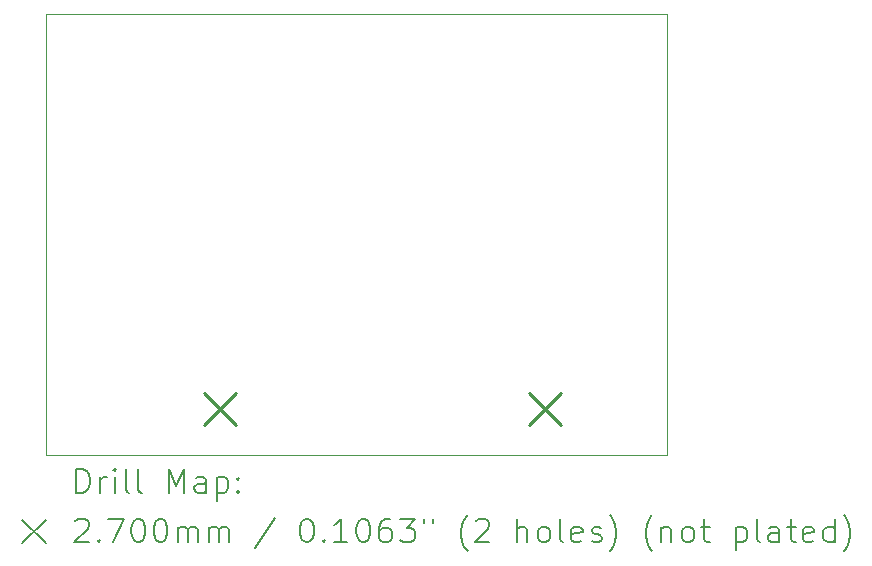
<source format=gbr>
%TF.GenerationSoftware,KiCad,Pcbnew,7.0.8-7.0.8~ubuntu22.04.1*%
%TF.CreationDate,2024-01-26T15:42:49+01:00*%
%TF.ProjectId,hand_B,68616e64-5f42-42e6-9b69-6361645f7063,rev?*%
%TF.SameCoordinates,Original*%
%TF.FileFunction,Drillmap*%
%TF.FilePolarity,Positive*%
%FSLAX45Y45*%
G04 Gerber Fmt 4.5, Leading zero omitted, Abs format (unit mm)*
G04 Created by KiCad (PCBNEW 7.0.8-7.0.8~ubuntu22.04.1) date 2024-01-26 15:42:49*
%MOMM*%
%LPD*%
G01*
G04 APERTURE LIST*
%ADD10C,0.100000*%
%ADD11C,0.200000*%
%ADD12C,0.270000*%
G04 APERTURE END LIST*
D10*
X7380000Y-3250750D02*
X12640000Y-3250750D01*
X12640000Y-6990750D01*
X7380000Y-6990750D01*
X7380000Y-3250750D01*
D11*
D12*
X8715000Y-6463250D02*
X8985000Y-6733250D01*
X8985000Y-6463250D02*
X8715000Y-6733250D01*
X11465000Y-6463250D02*
X11735000Y-6733250D01*
X11735000Y-6463250D02*
X11465000Y-6733250D01*
D11*
X7635777Y-7307234D02*
X7635777Y-7107234D01*
X7635777Y-7107234D02*
X7683396Y-7107234D01*
X7683396Y-7107234D02*
X7711967Y-7116758D01*
X7711967Y-7116758D02*
X7731015Y-7135805D01*
X7731015Y-7135805D02*
X7740539Y-7154853D01*
X7740539Y-7154853D02*
X7750062Y-7192948D01*
X7750062Y-7192948D02*
X7750062Y-7221519D01*
X7750062Y-7221519D02*
X7740539Y-7259615D01*
X7740539Y-7259615D02*
X7731015Y-7278662D01*
X7731015Y-7278662D02*
X7711967Y-7297710D01*
X7711967Y-7297710D02*
X7683396Y-7307234D01*
X7683396Y-7307234D02*
X7635777Y-7307234D01*
X7835777Y-7307234D02*
X7835777Y-7173900D01*
X7835777Y-7211996D02*
X7845301Y-7192948D01*
X7845301Y-7192948D02*
X7854824Y-7183424D01*
X7854824Y-7183424D02*
X7873872Y-7173900D01*
X7873872Y-7173900D02*
X7892920Y-7173900D01*
X7959586Y-7307234D02*
X7959586Y-7173900D01*
X7959586Y-7107234D02*
X7950062Y-7116758D01*
X7950062Y-7116758D02*
X7959586Y-7126281D01*
X7959586Y-7126281D02*
X7969110Y-7116758D01*
X7969110Y-7116758D02*
X7959586Y-7107234D01*
X7959586Y-7107234D02*
X7959586Y-7126281D01*
X8083396Y-7307234D02*
X8064348Y-7297710D01*
X8064348Y-7297710D02*
X8054824Y-7278662D01*
X8054824Y-7278662D02*
X8054824Y-7107234D01*
X8188158Y-7307234D02*
X8169110Y-7297710D01*
X8169110Y-7297710D02*
X8159586Y-7278662D01*
X8159586Y-7278662D02*
X8159586Y-7107234D01*
X8416729Y-7307234D02*
X8416729Y-7107234D01*
X8416729Y-7107234D02*
X8483396Y-7250091D01*
X8483396Y-7250091D02*
X8550063Y-7107234D01*
X8550063Y-7107234D02*
X8550063Y-7307234D01*
X8731015Y-7307234D02*
X8731015Y-7202472D01*
X8731015Y-7202472D02*
X8721491Y-7183424D01*
X8721491Y-7183424D02*
X8702444Y-7173900D01*
X8702444Y-7173900D02*
X8664348Y-7173900D01*
X8664348Y-7173900D02*
X8645301Y-7183424D01*
X8731015Y-7297710D02*
X8711967Y-7307234D01*
X8711967Y-7307234D02*
X8664348Y-7307234D01*
X8664348Y-7307234D02*
X8645301Y-7297710D01*
X8645301Y-7297710D02*
X8635777Y-7278662D01*
X8635777Y-7278662D02*
X8635777Y-7259615D01*
X8635777Y-7259615D02*
X8645301Y-7240567D01*
X8645301Y-7240567D02*
X8664348Y-7231043D01*
X8664348Y-7231043D02*
X8711967Y-7231043D01*
X8711967Y-7231043D02*
X8731015Y-7221519D01*
X8826253Y-7173900D02*
X8826253Y-7373900D01*
X8826253Y-7183424D02*
X8845301Y-7173900D01*
X8845301Y-7173900D02*
X8883396Y-7173900D01*
X8883396Y-7173900D02*
X8902444Y-7183424D01*
X8902444Y-7183424D02*
X8911967Y-7192948D01*
X8911967Y-7192948D02*
X8921491Y-7211996D01*
X8921491Y-7211996D02*
X8921491Y-7269138D01*
X8921491Y-7269138D02*
X8911967Y-7288186D01*
X8911967Y-7288186D02*
X8902444Y-7297710D01*
X8902444Y-7297710D02*
X8883396Y-7307234D01*
X8883396Y-7307234D02*
X8845301Y-7307234D01*
X8845301Y-7307234D02*
X8826253Y-7297710D01*
X9007205Y-7288186D02*
X9016729Y-7297710D01*
X9016729Y-7297710D02*
X9007205Y-7307234D01*
X9007205Y-7307234D02*
X8997682Y-7297710D01*
X8997682Y-7297710D02*
X9007205Y-7288186D01*
X9007205Y-7288186D02*
X9007205Y-7307234D01*
X9007205Y-7183424D02*
X9016729Y-7192948D01*
X9016729Y-7192948D02*
X9007205Y-7202472D01*
X9007205Y-7202472D02*
X8997682Y-7192948D01*
X8997682Y-7192948D02*
X9007205Y-7183424D01*
X9007205Y-7183424D02*
X9007205Y-7202472D01*
X7175000Y-7535750D02*
X7375000Y-7735750D01*
X7375000Y-7535750D02*
X7175000Y-7735750D01*
X7626253Y-7546281D02*
X7635777Y-7536758D01*
X7635777Y-7536758D02*
X7654824Y-7527234D01*
X7654824Y-7527234D02*
X7702443Y-7527234D01*
X7702443Y-7527234D02*
X7721491Y-7536758D01*
X7721491Y-7536758D02*
X7731015Y-7546281D01*
X7731015Y-7546281D02*
X7740539Y-7565329D01*
X7740539Y-7565329D02*
X7740539Y-7584377D01*
X7740539Y-7584377D02*
X7731015Y-7612948D01*
X7731015Y-7612948D02*
X7616729Y-7727234D01*
X7616729Y-7727234D02*
X7740539Y-7727234D01*
X7826253Y-7708186D02*
X7835777Y-7717710D01*
X7835777Y-7717710D02*
X7826253Y-7727234D01*
X7826253Y-7727234D02*
X7816729Y-7717710D01*
X7816729Y-7717710D02*
X7826253Y-7708186D01*
X7826253Y-7708186D02*
X7826253Y-7727234D01*
X7902443Y-7527234D02*
X8035777Y-7527234D01*
X8035777Y-7527234D02*
X7950062Y-7727234D01*
X8150062Y-7527234D02*
X8169110Y-7527234D01*
X8169110Y-7527234D02*
X8188158Y-7536758D01*
X8188158Y-7536758D02*
X8197682Y-7546281D01*
X8197682Y-7546281D02*
X8207205Y-7565329D01*
X8207205Y-7565329D02*
X8216729Y-7603424D01*
X8216729Y-7603424D02*
X8216729Y-7651043D01*
X8216729Y-7651043D02*
X8207205Y-7689138D01*
X8207205Y-7689138D02*
X8197682Y-7708186D01*
X8197682Y-7708186D02*
X8188158Y-7717710D01*
X8188158Y-7717710D02*
X8169110Y-7727234D01*
X8169110Y-7727234D02*
X8150062Y-7727234D01*
X8150062Y-7727234D02*
X8131015Y-7717710D01*
X8131015Y-7717710D02*
X8121491Y-7708186D01*
X8121491Y-7708186D02*
X8111967Y-7689138D01*
X8111967Y-7689138D02*
X8102443Y-7651043D01*
X8102443Y-7651043D02*
X8102443Y-7603424D01*
X8102443Y-7603424D02*
X8111967Y-7565329D01*
X8111967Y-7565329D02*
X8121491Y-7546281D01*
X8121491Y-7546281D02*
X8131015Y-7536758D01*
X8131015Y-7536758D02*
X8150062Y-7527234D01*
X8340539Y-7527234D02*
X8359586Y-7527234D01*
X8359586Y-7527234D02*
X8378634Y-7536758D01*
X8378634Y-7536758D02*
X8388158Y-7546281D01*
X8388158Y-7546281D02*
X8397682Y-7565329D01*
X8397682Y-7565329D02*
X8407205Y-7603424D01*
X8407205Y-7603424D02*
X8407205Y-7651043D01*
X8407205Y-7651043D02*
X8397682Y-7689138D01*
X8397682Y-7689138D02*
X8388158Y-7708186D01*
X8388158Y-7708186D02*
X8378634Y-7717710D01*
X8378634Y-7717710D02*
X8359586Y-7727234D01*
X8359586Y-7727234D02*
X8340539Y-7727234D01*
X8340539Y-7727234D02*
X8321491Y-7717710D01*
X8321491Y-7717710D02*
X8311967Y-7708186D01*
X8311967Y-7708186D02*
X8302443Y-7689138D01*
X8302443Y-7689138D02*
X8292920Y-7651043D01*
X8292920Y-7651043D02*
X8292920Y-7603424D01*
X8292920Y-7603424D02*
X8302443Y-7565329D01*
X8302443Y-7565329D02*
X8311967Y-7546281D01*
X8311967Y-7546281D02*
X8321491Y-7536758D01*
X8321491Y-7536758D02*
X8340539Y-7527234D01*
X8492920Y-7727234D02*
X8492920Y-7593900D01*
X8492920Y-7612948D02*
X8502444Y-7603424D01*
X8502444Y-7603424D02*
X8521491Y-7593900D01*
X8521491Y-7593900D02*
X8550063Y-7593900D01*
X8550063Y-7593900D02*
X8569110Y-7603424D01*
X8569110Y-7603424D02*
X8578634Y-7622472D01*
X8578634Y-7622472D02*
X8578634Y-7727234D01*
X8578634Y-7622472D02*
X8588158Y-7603424D01*
X8588158Y-7603424D02*
X8607205Y-7593900D01*
X8607205Y-7593900D02*
X8635777Y-7593900D01*
X8635777Y-7593900D02*
X8654825Y-7603424D01*
X8654825Y-7603424D02*
X8664348Y-7622472D01*
X8664348Y-7622472D02*
X8664348Y-7727234D01*
X8759586Y-7727234D02*
X8759586Y-7593900D01*
X8759586Y-7612948D02*
X8769110Y-7603424D01*
X8769110Y-7603424D02*
X8788158Y-7593900D01*
X8788158Y-7593900D02*
X8816729Y-7593900D01*
X8816729Y-7593900D02*
X8835777Y-7603424D01*
X8835777Y-7603424D02*
X8845301Y-7622472D01*
X8845301Y-7622472D02*
X8845301Y-7727234D01*
X8845301Y-7622472D02*
X8854825Y-7603424D01*
X8854825Y-7603424D02*
X8873872Y-7593900D01*
X8873872Y-7593900D02*
X8902444Y-7593900D01*
X8902444Y-7593900D02*
X8921491Y-7603424D01*
X8921491Y-7603424D02*
X8931015Y-7622472D01*
X8931015Y-7622472D02*
X8931015Y-7727234D01*
X9321491Y-7517710D02*
X9150063Y-7774853D01*
X9578634Y-7527234D02*
X9597682Y-7527234D01*
X9597682Y-7527234D02*
X9616729Y-7536758D01*
X9616729Y-7536758D02*
X9626253Y-7546281D01*
X9626253Y-7546281D02*
X9635777Y-7565329D01*
X9635777Y-7565329D02*
X9645301Y-7603424D01*
X9645301Y-7603424D02*
X9645301Y-7651043D01*
X9645301Y-7651043D02*
X9635777Y-7689138D01*
X9635777Y-7689138D02*
X9626253Y-7708186D01*
X9626253Y-7708186D02*
X9616729Y-7717710D01*
X9616729Y-7717710D02*
X9597682Y-7727234D01*
X9597682Y-7727234D02*
X9578634Y-7727234D01*
X9578634Y-7727234D02*
X9559587Y-7717710D01*
X9559587Y-7717710D02*
X9550063Y-7708186D01*
X9550063Y-7708186D02*
X9540539Y-7689138D01*
X9540539Y-7689138D02*
X9531015Y-7651043D01*
X9531015Y-7651043D02*
X9531015Y-7603424D01*
X9531015Y-7603424D02*
X9540539Y-7565329D01*
X9540539Y-7565329D02*
X9550063Y-7546281D01*
X9550063Y-7546281D02*
X9559587Y-7536758D01*
X9559587Y-7536758D02*
X9578634Y-7527234D01*
X9731015Y-7708186D02*
X9740539Y-7717710D01*
X9740539Y-7717710D02*
X9731015Y-7727234D01*
X9731015Y-7727234D02*
X9721491Y-7717710D01*
X9721491Y-7717710D02*
X9731015Y-7708186D01*
X9731015Y-7708186D02*
X9731015Y-7727234D01*
X9931015Y-7727234D02*
X9816729Y-7727234D01*
X9873872Y-7727234D02*
X9873872Y-7527234D01*
X9873872Y-7527234D02*
X9854825Y-7555805D01*
X9854825Y-7555805D02*
X9835777Y-7574853D01*
X9835777Y-7574853D02*
X9816729Y-7584377D01*
X10054825Y-7527234D02*
X10073872Y-7527234D01*
X10073872Y-7527234D02*
X10092920Y-7536758D01*
X10092920Y-7536758D02*
X10102444Y-7546281D01*
X10102444Y-7546281D02*
X10111968Y-7565329D01*
X10111968Y-7565329D02*
X10121491Y-7603424D01*
X10121491Y-7603424D02*
X10121491Y-7651043D01*
X10121491Y-7651043D02*
X10111968Y-7689138D01*
X10111968Y-7689138D02*
X10102444Y-7708186D01*
X10102444Y-7708186D02*
X10092920Y-7717710D01*
X10092920Y-7717710D02*
X10073872Y-7727234D01*
X10073872Y-7727234D02*
X10054825Y-7727234D01*
X10054825Y-7727234D02*
X10035777Y-7717710D01*
X10035777Y-7717710D02*
X10026253Y-7708186D01*
X10026253Y-7708186D02*
X10016729Y-7689138D01*
X10016729Y-7689138D02*
X10007206Y-7651043D01*
X10007206Y-7651043D02*
X10007206Y-7603424D01*
X10007206Y-7603424D02*
X10016729Y-7565329D01*
X10016729Y-7565329D02*
X10026253Y-7546281D01*
X10026253Y-7546281D02*
X10035777Y-7536758D01*
X10035777Y-7536758D02*
X10054825Y-7527234D01*
X10292920Y-7527234D02*
X10254825Y-7527234D01*
X10254825Y-7527234D02*
X10235777Y-7536758D01*
X10235777Y-7536758D02*
X10226253Y-7546281D01*
X10226253Y-7546281D02*
X10207206Y-7574853D01*
X10207206Y-7574853D02*
X10197682Y-7612948D01*
X10197682Y-7612948D02*
X10197682Y-7689138D01*
X10197682Y-7689138D02*
X10207206Y-7708186D01*
X10207206Y-7708186D02*
X10216729Y-7717710D01*
X10216729Y-7717710D02*
X10235777Y-7727234D01*
X10235777Y-7727234D02*
X10273872Y-7727234D01*
X10273872Y-7727234D02*
X10292920Y-7717710D01*
X10292920Y-7717710D02*
X10302444Y-7708186D01*
X10302444Y-7708186D02*
X10311968Y-7689138D01*
X10311968Y-7689138D02*
X10311968Y-7641519D01*
X10311968Y-7641519D02*
X10302444Y-7622472D01*
X10302444Y-7622472D02*
X10292920Y-7612948D01*
X10292920Y-7612948D02*
X10273872Y-7603424D01*
X10273872Y-7603424D02*
X10235777Y-7603424D01*
X10235777Y-7603424D02*
X10216729Y-7612948D01*
X10216729Y-7612948D02*
X10207206Y-7622472D01*
X10207206Y-7622472D02*
X10197682Y-7641519D01*
X10378634Y-7527234D02*
X10502444Y-7527234D01*
X10502444Y-7527234D02*
X10435777Y-7603424D01*
X10435777Y-7603424D02*
X10464349Y-7603424D01*
X10464349Y-7603424D02*
X10483396Y-7612948D01*
X10483396Y-7612948D02*
X10492920Y-7622472D01*
X10492920Y-7622472D02*
X10502444Y-7641519D01*
X10502444Y-7641519D02*
X10502444Y-7689138D01*
X10502444Y-7689138D02*
X10492920Y-7708186D01*
X10492920Y-7708186D02*
X10483396Y-7717710D01*
X10483396Y-7717710D02*
X10464349Y-7727234D01*
X10464349Y-7727234D02*
X10407206Y-7727234D01*
X10407206Y-7727234D02*
X10388158Y-7717710D01*
X10388158Y-7717710D02*
X10378634Y-7708186D01*
X10578634Y-7527234D02*
X10578634Y-7565329D01*
X10654825Y-7527234D02*
X10654825Y-7565329D01*
X10950063Y-7803424D02*
X10940539Y-7793900D01*
X10940539Y-7793900D02*
X10921491Y-7765329D01*
X10921491Y-7765329D02*
X10911968Y-7746281D01*
X10911968Y-7746281D02*
X10902444Y-7717710D01*
X10902444Y-7717710D02*
X10892920Y-7670091D01*
X10892920Y-7670091D02*
X10892920Y-7631996D01*
X10892920Y-7631996D02*
X10902444Y-7584377D01*
X10902444Y-7584377D02*
X10911968Y-7555805D01*
X10911968Y-7555805D02*
X10921491Y-7536758D01*
X10921491Y-7536758D02*
X10940539Y-7508186D01*
X10940539Y-7508186D02*
X10950063Y-7498662D01*
X11016730Y-7546281D02*
X11026253Y-7536758D01*
X11026253Y-7536758D02*
X11045301Y-7527234D01*
X11045301Y-7527234D02*
X11092920Y-7527234D01*
X11092920Y-7527234D02*
X11111968Y-7536758D01*
X11111968Y-7536758D02*
X11121491Y-7546281D01*
X11121491Y-7546281D02*
X11131015Y-7565329D01*
X11131015Y-7565329D02*
X11131015Y-7584377D01*
X11131015Y-7584377D02*
X11121491Y-7612948D01*
X11121491Y-7612948D02*
X11007206Y-7727234D01*
X11007206Y-7727234D02*
X11131015Y-7727234D01*
X11369110Y-7727234D02*
X11369110Y-7527234D01*
X11454825Y-7727234D02*
X11454825Y-7622472D01*
X11454825Y-7622472D02*
X11445301Y-7603424D01*
X11445301Y-7603424D02*
X11426253Y-7593900D01*
X11426253Y-7593900D02*
X11397682Y-7593900D01*
X11397682Y-7593900D02*
X11378634Y-7603424D01*
X11378634Y-7603424D02*
X11369110Y-7612948D01*
X11578634Y-7727234D02*
X11559587Y-7717710D01*
X11559587Y-7717710D02*
X11550063Y-7708186D01*
X11550063Y-7708186D02*
X11540539Y-7689138D01*
X11540539Y-7689138D02*
X11540539Y-7631996D01*
X11540539Y-7631996D02*
X11550063Y-7612948D01*
X11550063Y-7612948D02*
X11559587Y-7603424D01*
X11559587Y-7603424D02*
X11578634Y-7593900D01*
X11578634Y-7593900D02*
X11607206Y-7593900D01*
X11607206Y-7593900D02*
X11626253Y-7603424D01*
X11626253Y-7603424D02*
X11635777Y-7612948D01*
X11635777Y-7612948D02*
X11645301Y-7631996D01*
X11645301Y-7631996D02*
X11645301Y-7689138D01*
X11645301Y-7689138D02*
X11635777Y-7708186D01*
X11635777Y-7708186D02*
X11626253Y-7717710D01*
X11626253Y-7717710D02*
X11607206Y-7727234D01*
X11607206Y-7727234D02*
X11578634Y-7727234D01*
X11759587Y-7727234D02*
X11740539Y-7717710D01*
X11740539Y-7717710D02*
X11731015Y-7698662D01*
X11731015Y-7698662D02*
X11731015Y-7527234D01*
X11911968Y-7717710D02*
X11892920Y-7727234D01*
X11892920Y-7727234D02*
X11854825Y-7727234D01*
X11854825Y-7727234D02*
X11835777Y-7717710D01*
X11835777Y-7717710D02*
X11826253Y-7698662D01*
X11826253Y-7698662D02*
X11826253Y-7622472D01*
X11826253Y-7622472D02*
X11835777Y-7603424D01*
X11835777Y-7603424D02*
X11854825Y-7593900D01*
X11854825Y-7593900D02*
X11892920Y-7593900D01*
X11892920Y-7593900D02*
X11911968Y-7603424D01*
X11911968Y-7603424D02*
X11921491Y-7622472D01*
X11921491Y-7622472D02*
X11921491Y-7641519D01*
X11921491Y-7641519D02*
X11826253Y-7660567D01*
X11997682Y-7717710D02*
X12016730Y-7727234D01*
X12016730Y-7727234D02*
X12054825Y-7727234D01*
X12054825Y-7727234D02*
X12073872Y-7717710D01*
X12073872Y-7717710D02*
X12083396Y-7698662D01*
X12083396Y-7698662D02*
X12083396Y-7689138D01*
X12083396Y-7689138D02*
X12073872Y-7670091D01*
X12073872Y-7670091D02*
X12054825Y-7660567D01*
X12054825Y-7660567D02*
X12026253Y-7660567D01*
X12026253Y-7660567D02*
X12007206Y-7651043D01*
X12007206Y-7651043D02*
X11997682Y-7631996D01*
X11997682Y-7631996D02*
X11997682Y-7622472D01*
X11997682Y-7622472D02*
X12007206Y-7603424D01*
X12007206Y-7603424D02*
X12026253Y-7593900D01*
X12026253Y-7593900D02*
X12054825Y-7593900D01*
X12054825Y-7593900D02*
X12073872Y-7603424D01*
X12150063Y-7803424D02*
X12159587Y-7793900D01*
X12159587Y-7793900D02*
X12178634Y-7765329D01*
X12178634Y-7765329D02*
X12188158Y-7746281D01*
X12188158Y-7746281D02*
X12197682Y-7717710D01*
X12197682Y-7717710D02*
X12207206Y-7670091D01*
X12207206Y-7670091D02*
X12207206Y-7631996D01*
X12207206Y-7631996D02*
X12197682Y-7584377D01*
X12197682Y-7584377D02*
X12188158Y-7555805D01*
X12188158Y-7555805D02*
X12178634Y-7536758D01*
X12178634Y-7536758D02*
X12159587Y-7508186D01*
X12159587Y-7508186D02*
X12150063Y-7498662D01*
X12511968Y-7803424D02*
X12502444Y-7793900D01*
X12502444Y-7793900D02*
X12483396Y-7765329D01*
X12483396Y-7765329D02*
X12473872Y-7746281D01*
X12473872Y-7746281D02*
X12464349Y-7717710D01*
X12464349Y-7717710D02*
X12454825Y-7670091D01*
X12454825Y-7670091D02*
X12454825Y-7631996D01*
X12454825Y-7631996D02*
X12464349Y-7584377D01*
X12464349Y-7584377D02*
X12473872Y-7555805D01*
X12473872Y-7555805D02*
X12483396Y-7536758D01*
X12483396Y-7536758D02*
X12502444Y-7508186D01*
X12502444Y-7508186D02*
X12511968Y-7498662D01*
X12588158Y-7593900D02*
X12588158Y-7727234D01*
X12588158Y-7612948D02*
X12597682Y-7603424D01*
X12597682Y-7603424D02*
X12616730Y-7593900D01*
X12616730Y-7593900D02*
X12645301Y-7593900D01*
X12645301Y-7593900D02*
X12664349Y-7603424D01*
X12664349Y-7603424D02*
X12673872Y-7622472D01*
X12673872Y-7622472D02*
X12673872Y-7727234D01*
X12797682Y-7727234D02*
X12778634Y-7717710D01*
X12778634Y-7717710D02*
X12769111Y-7708186D01*
X12769111Y-7708186D02*
X12759587Y-7689138D01*
X12759587Y-7689138D02*
X12759587Y-7631996D01*
X12759587Y-7631996D02*
X12769111Y-7612948D01*
X12769111Y-7612948D02*
X12778634Y-7603424D01*
X12778634Y-7603424D02*
X12797682Y-7593900D01*
X12797682Y-7593900D02*
X12826253Y-7593900D01*
X12826253Y-7593900D02*
X12845301Y-7603424D01*
X12845301Y-7603424D02*
X12854825Y-7612948D01*
X12854825Y-7612948D02*
X12864349Y-7631996D01*
X12864349Y-7631996D02*
X12864349Y-7689138D01*
X12864349Y-7689138D02*
X12854825Y-7708186D01*
X12854825Y-7708186D02*
X12845301Y-7717710D01*
X12845301Y-7717710D02*
X12826253Y-7727234D01*
X12826253Y-7727234D02*
X12797682Y-7727234D01*
X12921492Y-7593900D02*
X12997682Y-7593900D01*
X12950063Y-7527234D02*
X12950063Y-7698662D01*
X12950063Y-7698662D02*
X12959587Y-7717710D01*
X12959587Y-7717710D02*
X12978634Y-7727234D01*
X12978634Y-7727234D02*
X12997682Y-7727234D01*
X13216730Y-7593900D02*
X13216730Y-7793900D01*
X13216730Y-7603424D02*
X13235777Y-7593900D01*
X13235777Y-7593900D02*
X13273873Y-7593900D01*
X13273873Y-7593900D02*
X13292920Y-7603424D01*
X13292920Y-7603424D02*
X13302444Y-7612948D01*
X13302444Y-7612948D02*
X13311968Y-7631996D01*
X13311968Y-7631996D02*
X13311968Y-7689138D01*
X13311968Y-7689138D02*
X13302444Y-7708186D01*
X13302444Y-7708186D02*
X13292920Y-7717710D01*
X13292920Y-7717710D02*
X13273873Y-7727234D01*
X13273873Y-7727234D02*
X13235777Y-7727234D01*
X13235777Y-7727234D02*
X13216730Y-7717710D01*
X13426253Y-7727234D02*
X13407206Y-7717710D01*
X13407206Y-7717710D02*
X13397682Y-7698662D01*
X13397682Y-7698662D02*
X13397682Y-7527234D01*
X13588158Y-7727234D02*
X13588158Y-7622472D01*
X13588158Y-7622472D02*
X13578634Y-7603424D01*
X13578634Y-7603424D02*
X13559587Y-7593900D01*
X13559587Y-7593900D02*
X13521492Y-7593900D01*
X13521492Y-7593900D02*
X13502444Y-7603424D01*
X13588158Y-7717710D02*
X13569111Y-7727234D01*
X13569111Y-7727234D02*
X13521492Y-7727234D01*
X13521492Y-7727234D02*
X13502444Y-7717710D01*
X13502444Y-7717710D02*
X13492920Y-7698662D01*
X13492920Y-7698662D02*
X13492920Y-7679615D01*
X13492920Y-7679615D02*
X13502444Y-7660567D01*
X13502444Y-7660567D02*
X13521492Y-7651043D01*
X13521492Y-7651043D02*
X13569111Y-7651043D01*
X13569111Y-7651043D02*
X13588158Y-7641519D01*
X13654825Y-7593900D02*
X13731015Y-7593900D01*
X13683396Y-7527234D02*
X13683396Y-7698662D01*
X13683396Y-7698662D02*
X13692920Y-7717710D01*
X13692920Y-7717710D02*
X13711968Y-7727234D01*
X13711968Y-7727234D02*
X13731015Y-7727234D01*
X13873873Y-7717710D02*
X13854825Y-7727234D01*
X13854825Y-7727234D02*
X13816730Y-7727234D01*
X13816730Y-7727234D02*
X13797682Y-7717710D01*
X13797682Y-7717710D02*
X13788158Y-7698662D01*
X13788158Y-7698662D02*
X13788158Y-7622472D01*
X13788158Y-7622472D02*
X13797682Y-7603424D01*
X13797682Y-7603424D02*
X13816730Y-7593900D01*
X13816730Y-7593900D02*
X13854825Y-7593900D01*
X13854825Y-7593900D02*
X13873873Y-7603424D01*
X13873873Y-7603424D02*
X13883396Y-7622472D01*
X13883396Y-7622472D02*
X13883396Y-7641519D01*
X13883396Y-7641519D02*
X13788158Y-7660567D01*
X14054825Y-7727234D02*
X14054825Y-7527234D01*
X14054825Y-7717710D02*
X14035777Y-7727234D01*
X14035777Y-7727234D02*
X13997682Y-7727234D01*
X13997682Y-7727234D02*
X13978634Y-7717710D01*
X13978634Y-7717710D02*
X13969111Y-7708186D01*
X13969111Y-7708186D02*
X13959587Y-7689138D01*
X13959587Y-7689138D02*
X13959587Y-7631996D01*
X13959587Y-7631996D02*
X13969111Y-7612948D01*
X13969111Y-7612948D02*
X13978634Y-7603424D01*
X13978634Y-7603424D02*
X13997682Y-7593900D01*
X13997682Y-7593900D02*
X14035777Y-7593900D01*
X14035777Y-7593900D02*
X14054825Y-7603424D01*
X14131015Y-7803424D02*
X14140539Y-7793900D01*
X14140539Y-7793900D02*
X14159587Y-7765329D01*
X14159587Y-7765329D02*
X14169111Y-7746281D01*
X14169111Y-7746281D02*
X14178634Y-7717710D01*
X14178634Y-7717710D02*
X14188158Y-7670091D01*
X14188158Y-7670091D02*
X14188158Y-7631996D01*
X14188158Y-7631996D02*
X14178634Y-7584377D01*
X14178634Y-7584377D02*
X14169111Y-7555805D01*
X14169111Y-7555805D02*
X14159587Y-7536758D01*
X14159587Y-7536758D02*
X14140539Y-7508186D01*
X14140539Y-7508186D02*
X14131015Y-7498662D01*
M02*

</source>
